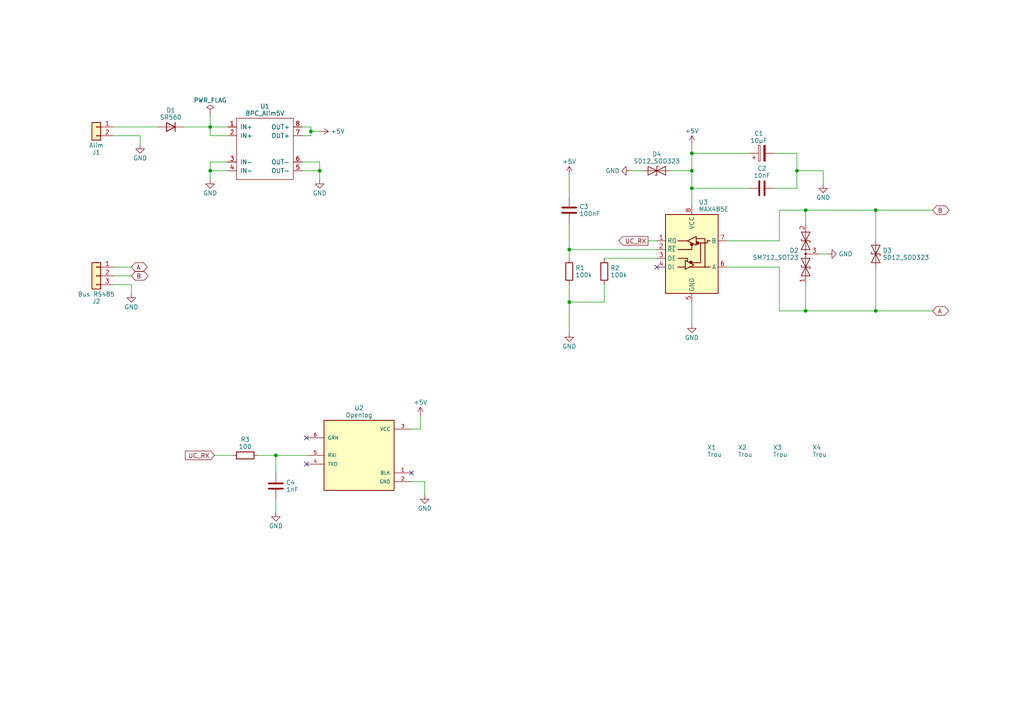
<source format=kicad_sch>
(kicad_sch (version 20230121) (generator eeschema)
  (paper "A4")
  (title_block (title "Datalogger RS485") (date "2024-06-10") (rev "Rev A0") (company "BPC"))
  (lib_symbols
    (symbol "Connector_Generic:Conn_01x02" (pin_names (offset 1.016) hide)
      (property "Reference" "J" (at 0 2.54 0))
      (property "Value" "Conn_01x02" (at 0 -5.08 0))
      (symbol "Conn_01x02_1_1"
        (rectangle (start -1.27 -2.413) (end 0 -2.667) (stroke (width 0.1524)))
        (rectangle (start -1.27 0.127) (end 0 -0.127) (stroke (width 0.1524)))
        (rectangle (start -1.27 1.27) (end 1.27 -3.81) (stroke (width 0.254)) (fill (type background)))
        (pin passive line (at -5.08 0 0) (length 3.81) (name "Pin_1") (number "1"))
        (pin passive line (at -5.08 -2.54 0) (length 3.81) (name "Pin_2") (number "2"))
      )
    )
    (symbol "Connector_Generic:Conn_01x03" (pin_names (offset 1.016) hide)
      (property "Reference" "J" (at 0 5.08 0))
      (property "Value" "Conn_01x03" (at 0 -5.08 0))
      (symbol "Conn_01x03_1_1"
        (rectangle (start -1.27 -2.413) (end 0 -2.667) (stroke (width 0.1524)))
        (rectangle (start -1.27 0.127) (end 0 -0.127) (stroke (width 0.1524)))
        (rectangle (start -1.27 2.667) (end 0 2.413) (stroke (width 0.1524)))
        (rectangle (start -1.27 3.81) (end 1.27 -3.81) (stroke (width 0.254)) (fill (type background)))
        (pin passive line (at -5.08 2.54 0) (length 3.81) (name "Pin_1") (number "1"))
        (pin passive line (at -5.08 0 0) (length 3.81) (name "Pin_2") (number "2"))
        (pin passive line (at -5.08 -2.54 0) (length 3.81) (name "Pin_3") (number "3"))
      )
    )
    (symbol "Device:C" (pin_numbers hide) (pin_names (offset 0.254))
      (property "Reference" "C" (at 0.635 2.54 0))
      (property "Value" "C" (at 0.635 -2.54 0))
      (symbol "C_0_1"
        (polyline (pts (xy -2.032 -0.762) (xy 2.032 -0.762)) (stroke (width 0.508)))
        (polyline (pts (xy -2.032 0.762) (xy 2.032 0.762)) (stroke (width 0.508)))
      )
      (symbol "C_1_1"
        (pin passive line (at 0 3.81 270) (length 2.794) (name "~") (number "1"))
        (pin passive line (at 0 -3.81 90) (length 2.794) (name "~") (number "2"))
      )
    )
    (symbol "Device:C_Polarized" (pin_numbers hide) (pin_names (offset 0.254))
      (property "Reference" "C" (at 0.635 2.54 0))
      (property "Value" "C_Polarized" (at 0.635 -2.54 0))
      (symbol "C_Polarized_0_1"
        (rectangle (start -2.286 0.508) (end 2.286 1.016))
        (polyline (pts (xy -1.778 2.286) (xy -0.762 2.286)))
        (polyline (pts (xy -1.27 2.794) (xy -1.27 1.778)))
        (rectangle (start 2.286 -0.508) (end -2.286 -1.016) (fill (type outline)))
      )
      (symbol "C_Polarized_1_1"
        (pin passive line (at 0 3.81 270) (length 2.794) (name "~") (number "1"))
        (pin passive line (at 0 -3.81 90) (length 2.794) (name "~") (number "2"))
      )
    )
    (symbol "Device:D" (pin_numbers hide) (pin_names (offset 1.016) hide)
      (property "Reference" "D" (at 0 2.54 0))
      (property "Value" "D" (at 0 -2.54 0))
      (symbol "D_0_1"
        (polyline (pts (xy -1.27 1.27) (xy -1.27 -1.27)) (stroke (width 0.254)))
        (polyline (pts (xy 1.27 0) (xy -1.27 0)))
        (polyline (pts (xy 1.27 1.27) (xy 1.27 -1.27) (xy -1.27 0) (xy 1.27 1.27)) (stroke (width 0.254)))
      )
      (symbol "D_1_1"
        (pin passive line (at -3.81 0 0) (length 2.54) (name "K") (number "1"))
        (pin passive line (at 3.81 0 180) (length 2.54) (name "A") (number "2"))
      )
    )
    (symbol "Device:R" (pin_numbers hide) (pin_names (offset 0))
      (property "Reference" "R" (at 2.032 0 90))
      (property "Value" "R" (at 0 0 90))
      (symbol "R_0_1"
        (rectangle (start -1.016 -2.54) (end 1.016 2.54) (stroke (width 0.254)))
      )
      (symbol "R_1_1"
        (pin passive line (at 0 3.81 270) (length 1.27) (name "~") (number "1"))
        (pin passive line (at 0 -3.81 90) (length 1.27) (name "~") (number "2"))
      )
    )
    (symbol "Diode:SD12_SOD323" (pin_numbers hide) (pin_names (offset 1.016) hide)
      (property "Reference" "D" (at 0 2.54 0))
      (property "Value" "SD12_SOD323" (at 0 -2.54 0))
      (symbol "SD12_SOD323_0_1"
        (polyline (pts (xy 1.27 0) (xy -1.27 0)))
        (polyline (pts (xy -2.54 -1.27) (xy 0 0) (xy -2.54 1.27) (xy -2.54 -1.27)) (stroke (width 0.2032)))
        (polyline (pts (xy 0.508 1.27) (xy 0 1.27) (xy 0 -1.27) (xy -0.508 -1.27)) (stroke (width 0.2032)))
        (polyline (pts (xy 2.54 1.27) (xy 2.54 -1.27) (xy 0 0) (xy 2.54 1.27)) (stroke (width 0.2032)))
      )
      (symbol "SD12_SOD323_1_1"
        (pin passive line (at -3.81 0 0) (length 2.54) (name "A1") (number "1"))
        (pin passive line (at 3.81 0 180) (length 2.54) (name "A2") (number "2"))
      )
    )
    (symbol "Diode:SM712_SOT23" (pin_names (offset 1.016) hide)
      (property "Reference" "D" (at 0 4.445 0))
      (property "Value" "SM712_SOT23" (at 0 2.54 0))
      (symbol "SM712_SOT23_0_0"
        (polyline (pts (xy 0 -1.27) (xy 0 0)))
      )
      (symbol "SM712_SOT23_0_1"
        (polyline (pts (xy -6.35 0) (xy 6.35 0)))
        (polyline (pts (xy -3.302 1.27) (xy -3.81 1.27) (xy -3.81 -1.27) (xy -4.318 -1.27)) (stroke (width 0.2032)))
        (polyline (pts (xy 4.318 1.27) (xy 3.81 1.27) (xy 3.81 -1.27) (xy 3.302 -1.27)) (stroke (width 0.2032)))
        (polyline (pts (xy -6.35 -1.27) (xy -1.27 1.27) (xy -1.27 -1.27) (xy -6.35 1.27) (xy -6.35 -1.27)) (stroke (width 0.2032)))
        (polyline (pts (xy 1.27 -1.27) (xy 1.27 1.27) (xy 6.35 -1.27) (xy 6.35 1.27) (xy 1.27 -1.27)) (stroke (width 0.2032)))
        (circle (center 0 0) (radius 0.254) (fill (type outline)))
      )
      (symbol "SM712_SOT23_1_1"
        (pin passive line (at -8.89 0 0) (length 2.54) (name "A1") (number "1"))
        (pin passive line (at 8.89 0 180) (length 2.54) (name "A2") (number "2"))
        (pin input line (at 0 -3.81 90) (length 2.54) (name "common") (number "3"))
      )
    )
    (symbol "bpc:BPC_Alim5V" (pin_names (offset 1.016))
      (property "Reference" "U" (at 6.35 6.35 0))
      (property "Value" "BPC_Alim5V" (at 11.43 3.81 0))
      (symbol "BPC_Alim5V_0_1"
        (rectangle (start 0 2.54) (end 16.51 -15.24))
      )
      (symbol "BPC_Alim5V_1_1"
        (pin power_in line (at -2.54 0 0) (length 2.54) (name "IN+") (number "1"))
        (pin power_in line (at -2.54 -2.54 0) (length 2.54) (name "IN+") (number "2"))
        (pin power_in line (at -2.54 -10.16 0) (length 2.54) (name "IN-") (number "3"))
        (pin power_in line (at -2.54 -12.7 0) (length 2.54) (name "IN-") (number "4"))
        (pin power_out line (at 19.05 -12.7 180) (length 2.54) (name "OUT-") (number "5"))
        (pin passive line (at 19.05 -10.16 180) (length 2.54) (name "OUT-") (number "6"))
        (pin passive line (at 19.05 -2.54 180) (length 2.54) (name "OUT+") (number "7"))
        (pin power_out line (at 19.05 0 180) (length 2.54) (name "OUT+") (number "8"))
      )
    )
    (symbol "bpc:BPC_MAX485E"
      (property "Reference" "U" (at -6.096 11.43 0))
      (property "Value" "MAX485E" (at 0.762 11.43 0))
      (symbol "BPC_MAX485E_0_1"
        (rectangle (start -7.62 10.16) (end 7.62 -12.7) (stroke (width 0.254)) (fill (type background)))
        (circle (center -0.3048 -3.683) (radius 0.3556) (stroke (width 0.254)) (fill (type outline)))
        (circle (center -0.0254 1.4986) (radius 0.3556) (stroke (width 0.254)) (fill (type outline)))
        (polyline (pts (xy -4.064 -5.08) (xy -1.905 -5.08)) (stroke (width 0.254)))
        (polyline (pts (xy -4.064 2.54) (xy -1.27 2.54)) (stroke (width 0.254)))
        (polyline (pts (xy -1.27 -3.2004) (xy -1.27 -3.4544)) (stroke (width 0.254)))
        (polyline (pts (xy -0.635 -5.08) (xy 5.334 -5.08)) (stroke (width 0.254)))
        (polyline (pts (xy -4.064 -2.54) (xy -1.27 -2.54) (xy -1.27 -3.175)) (stroke (width 0.254)))
        (polyline (pts (xy 0 1.27) (xy 0 0) (xy -4.064 0)) (stroke (width 0.254)))
        (polyline (pts (xy 1.27 3.175) (xy 3.81 3.175) (xy 3.81 -5.08)) (stroke (width 0.254)))
        (polyline (pts (xy 2.54 1.905) (xy 2.54 -3.81) (xy 0 -3.81)) (stroke (width 0.254)))
        (polyline (pts (xy -1.905 -3.175) (xy -1.905 -5.715) (xy 0.635 -4.445) (xy -1.905 -3.175)) (stroke (width 0.254)))
        (polyline (pts (xy -1.27 2.54) (xy 1.27 3.81) (xy 1.27 1.27) (xy -1.27 2.54)) (stroke (width 0.254)))
        (polyline (pts (xy 1.905 1.905) (xy 4.445 1.905) (xy 4.445 2.54) (xy 5.334 2.54)) (stroke (width 0.254)))
        (rectangle (start 1.27 3.175) (end 1.27 3.175))
        (circle (center 1.651 1.905) (radius 0.3556) (stroke (width 0.254)) (fill (type outline)))
      )
      (symbol "BPC_MAX485E_1_1"
        (pin output line (at -10.16 2.54 0) (length 2.54) (name "RO") (number "1"))
        (pin input line (at -10.16 0 0) (length 2.54) (name "~{RE}") (number "2"))
        (pin input line (at -10.16 -2.54 0) (length 2.54) (name "DE") (number "3"))
        (pin input line (at -10.16 -5.08 0) (length 2.54) (name "DI") (number "4"))
        (pin power_in line (at 0 -15.24 90) (length 2.54) (name "GND") (number "5"))
        (pin bidirectional line (at 10.16 -5.08 180) (length 2.54) (name "A") (number "6"))
        (pin bidirectional line (at 10.16 2.54 180) (length 2.54) (name "B") (number "7"))
        (pin power_in line (at 0 12.7 270) (length 2.54) (name "VCC") (number "8"))
      )
    )
    (symbol "bpc:BPC_TROU"
      (property "Reference" "X" (at 0 0 0))
      (property "Value" "Trou" (at 0 -1.27 0))
    )
    (symbol "bpc:BPC_openlog" (pin_names (offset 1.016))
      (property "Reference" "U" (at -10.16 10.922 0))
      (property "Value" "Openlog" (at -10.16 -12.7 0))
      (symbol "BPC_openlog_0_0"
        (rectangle (start -10.16 -10.16) (end 10.16 10.16) (stroke (width 0.254)) (fill (type background)))
        (pin power_in line (at 15.24 -5.08 180) (length 5.08) (name "BLK") (number "1"))
        (pin power_in line (at 15.24 -7.62 180) (length 5.08) (name "GND") (number "2"))
        (pin power_in line (at 15.24 7.62 180) (length 5.08) (name "VCC") (number "3"))
        (pin output line (at -15.24 -2.54 0) (length 5.08) (name "TXO") (number "4"))
        (pin input line (at -15.24 0 0) (length 5.08) (name "RXI") (number "5"))
        (pin input line (at -15.24 5.08 0) (length 5.08) (name "GRN") (number "6"))
      )
    )
    (symbol "power:+5V" (power) (pin_names (offset 0))
      (property "Value" "+5V" (at 0 3.556 0))
      (symbol "+5V_0_1"
        (polyline (pts (xy -0.762 1.27) (xy 0 2.54)))
        (polyline (pts (xy 0 0) (xy 0 2.54)))
        (polyline (pts (xy 0 2.54) (xy 0.762 1.27)))
      )
      (symbol "+5V_1_1"
        (pin power_in line (at 0 0 90) (length 0) hide (name "+5V") (number "1"))
      )
    )
    (symbol "power:GND" (power) (pin_names (offset 0))
      (property "Value" "GND" (at 0 -3.81 0))
      (symbol "GND_0_1"
        (polyline (pts (xy 0 0) (xy 0 -1.27) (xy 1.27 -1.27) (xy 0 -2.54) (xy -1.27 -1.27) (xy 0 -1.27)))
      )
      (symbol "GND_1_1"
        (pin power_in line (at 0 0 270) (length 0) hide (name "GND") (number "1"))
      )
    )
    (symbol "power:PWR_FLAG" (power) (pin_numbers hide) (pin_names (offset 0) hide)
      (property "Value" "PWR_FLAG" (at 0 3.81 0))
      (symbol "PWR_FLAG_0_0"
        (pin power_out line (at 0 0 90) (length 0) (name "pwr") (number "1"))
      )
      (symbol "PWR_FLAG_0_1"
        (polyline (pts (xy 0 0) (xy 0 1.27) (xy -1.016 1.905) (xy 0 2.54) (xy 1.016 1.905) (xy 0 1.27)))
      )
    )
  )
  (junction (at 60.96 36.83))
  (junction (at 233.68 60.96))
  (junction (at 165.1 72.39))
  (junction (at 231.14 49.53))
  (junction (at 200.66 54.61))
  (junction (at 92.71 49.53))
  (junction (at 200.66 49.53))
  (junction (at 165.1 87.63))
  (junction (at 200.66 44.45))
  (junction (at 233.68 90.17))
  (junction (at 90.17 38.1))
  (junction (at 80.01 132.08))
  (junction (at 254 90.17))
  (junction (at 60.96 49.53))
  (junction (at 254 60.96))
  (no_connect (at 88.9 127))
  (no_connect (at 190.5 77.47))
  (no_connect (at 119.38 137.16))
  (no_connect (at 88.9 134.62))
  (wire (pts (xy 200.66 87.63) (xy 200.66 93.98)))
  (wire (pts (xy 182.88 49.53) (xy 186.69 49.53)))
  (wire (pts (xy 165.1 72.39) (xy 165.1 74.93)))
  (wire (pts (xy 87.63 49.53) (xy 92.71 49.53)))
  (wire (pts (xy 175.26 87.63) (xy 165.1 87.63)))
  (wire (pts (xy 226.06 77.47) (xy 210.82 77.47)))
  (wire (pts (xy 200.66 54.61) (xy 217.17 54.61)))
  (wire (pts (xy 123.19 139.7) (xy 123.19 143.51)))
  (wire (pts (xy 165.1 87.63) (xy 165.1 96.52)))
  (wire (pts (xy 60.96 49.53) (xy 60.96 52.07)))
  (wire (pts (xy 60.96 39.37) (xy 60.96 36.83)))
  (wire (pts (xy 40.64 39.37) (xy 40.64 41.91)))
  (wire (pts (xy 165.1 50.8) (xy 165.1 57.15)))
  (wire (pts (xy 254 60.96) (xy 254 69.85)))
  (wire (pts (xy 233.68 60.96) (xy 254 60.96)))
  (wire (pts (xy 90.17 38.1) (xy 92.71 38.1)))
  (wire (pts (xy 233.68 60.96) (xy 233.68 64.77)))
  (wire (pts (xy 92.71 52.07) (xy 92.71 49.53)))
  (wire (pts (xy 231.14 49.53) (xy 238.76 49.53)))
  (wire (pts (xy 33.02 82.55) (xy 38.1 82.55)))
  (wire (pts (xy 224.79 44.45) (xy 231.14 44.45)))
  (wire (pts (xy 200.66 44.45) (xy 217.17 44.45)))
  (wire (pts (xy 33.02 39.37) (xy 40.64 39.37)))
  (wire (pts (xy 226.06 90.17) (xy 233.68 90.17)))
  (wire (pts (xy 187.96 69.85) (xy 190.5 69.85)))
  (wire (pts (xy 254 90.17) (xy 270.51 90.17)))
  (wire (pts (xy 200.66 49.53) (xy 200.66 54.61)))
  (wire (pts (xy 66.04 46.99) (xy 60.96 46.99)))
  (wire (pts (xy 224.79 54.61) (xy 231.14 54.61)))
  (wire (pts (xy 231.14 54.61) (xy 231.14 49.53)))
  (wire (pts (xy 121.92 124.46) (xy 121.92 120.65)))
  (wire (pts (xy 233.68 82.55) (xy 233.68 90.17)))
  (wire (pts (xy 90.17 39.37) (xy 90.17 38.1)))
  (wire (pts (xy 226.06 60.96) (xy 233.68 60.96)))
  (wire (pts (xy 231.14 44.45) (xy 231.14 49.53)))
  (wire (pts (xy 226.06 90.17) (xy 226.06 77.47)))
  (wire (pts (xy 200.66 41.91) (xy 200.66 44.45)))
  (wire (pts (xy 60.96 46.99) (xy 60.96 49.53)))
  (wire (pts (xy 175.26 82.55) (xy 175.26 87.63)))
  (wire (pts (xy 87.63 39.37) (xy 90.17 39.37)))
  (wire (pts (xy 92.71 46.99) (xy 87.63 46.99)))
  (wire (pts (xy 119.38 139.7) (xy 123.19 139.7)))
  (wire (pts (xy 60.96 33.02) (xy 60.96 36.83)))
  (wire (pts (xy 165.1 82.55) (xy 165.1 87.63)))
  (wire (pts (xy 33.02 80.01) (xy 38.1 80.01)))
  (wire (pts (xy 254 60.96) (xy 270.51 60.96)))
  (wire (pts (xy 194.31 49.53) (xy 200.66 49.53)))
  (wire (pts (xy 237.49 73.66) (xy 240.03 73.66)))
  (wire (pts (xy 80.01 132.08) (xy 88.9 132.08)))
  (wire (pts (xy 119.38 124.46) (xy 121.92 124.46)))
  (wire (pts (xy 165.1 64.77) (xy 165.1 72.39)))
  (wire (pts (xy 74.93 132.08) (xy 80.01 132.08)))
  (wire (pts (xy 80.01 132.08) (xy 80.01 137.16)))
  (wire (pts (xy 87.63 36.83) (xy 90.17 36.83)))
  (wire (pts (xy 200.66 54.61) (xy 200.66 59.69)))
  (wire (pts (xy 38.1 82.55) (xy 38.1 85.09)))
  (wire (pts (xy 175.26 74.93) (xy 190.5 74.93)))
  (wire (pts (xy 60.96 49.53) (xy 66.04 49.53)))
  (wire (pts (xy 226.06 69.85) (xy 210.82 69.85)))
  (wire (pts (xy 90.17 36.83) (xy 90.17 38.1)))
  (wire (pts (xy 238.76 49.53) (xy 238.76 53.34)))
  (wire (pts (xy 92.71 49.53) (xy 92.71 46.99)))
  (wire (pts (xy 33.02 77.47) (xy 38.1 77.47)))
  (wire (pts (xy 60.96 36.83) (xy 66.04 36.83)))
  (wire (pts (xy 53.34 36.83) (xy 60.96 36.83)))
  (wire (pts (xy 200.66 44.45) (xy 200.66 49.53)))
  (wire (pts (xy 165.1 72.39) (xy 190.5 72.39)))
  (wire (pts (xy 80.01 144.78) (xy 80.01 148.59)))
  (wire (pts (xy 60.96 39.37) (xy 66.04 39.37)))
  (wire (pts (xy 254 77.47) (xy 254 90.17)))
  (wire (pts (xy 233.68 90.17) (xy 254 90.17)))
  (wire (pts (xy 33.02 36.83) (xy 45.72 36.83)))
  (wire (pts (xy 62.23 132.08) (xy 67.31 132.08)))
  (wire (pts (xy 226.06 60.96) (xy 226.06 69.85)))
  (global_label "B" (shape bidirectional) (at 270.51 60.96 0) (property "Intersheetrefs" "${INTERSHEET_REFS}" (effects hide)))
  (global_label "B" (shape bidirectional) (at 38.1 80.01 0) (property "Intersheetrefs" "${INTERSHEET_REFS}" (effects hide)))
  (global_label "A" (shape bidirectional) (at 270.51 90.17 0) (property "Intersheetrefs" "${INTERSHEET_REFS}" (effects hide)))
  (global_label "UC_RX" (shape output) (at 187.96 69.85 180) (property "Intersheetrefs" "${INTERSHEET_REFS}" (effects hide)))
  (global_label "A" (shape bidirectional) (at 38.1 77.47 0) (property "Intersheetrefs" "${INTERSHEET_REFS}" (effects hide)))
  (global_label "UC_RX" (shape input) (at 62.23 132.08 180) (property "Intersheetrefs" "${INTERSHEET_REFS}" (effects hide)))
  (symbol (lib_id "power:GND") (at 123.19 143.51 0) (unit 1)
    (property "Reference" "#PWR08" (effects hide))
    (property "Value" "GND" (at 123.19 147.455 0))
  )
  (symbol (lib_id "Connector_Generic:Conn_01x02") (at 27.94 36.83 0) (mirror y) (unit 1)
    (property "Reference" "J1" (at 27.94 44.22 0))
    (property "Value" "Alim" (at 27.94 42.172 0))
    (property "Footprint" "TerminalBlock_Phoenix:TerminalBlock_Phoenix_MPT-0,5-2-2.54_1x02_P2.54mm_Horizontal" (effects hide))
  )
  (symbol (lib_id "bpc:BPC_TROU") (at 204.47 130.81 0) (unit 1)
    (property "Reference" "X1" (at 205.105 129.786 0) (effects (justify left)))
    (property "Value" "Trou" (at 205.105 131.834 0) (effects (justify left)))
    (property "Footprint" "bpc:BPC_Trou4mm_Fixation" (effects hide))
  )
  (symbol (lib_id "power:PWR_FLAG") (at 60.96 33.02 0) (unit 1)
    (property "Reference" "#FLG01" (effects hide))
    (property "Value" "PWR_FLAG" (at 60.96 29.075 0))
  )
  (symbol (lib_id "Diode:SD12_SOD323") (at 190.5 49.53 180) (unit 1)
    (property "Reference" "D4" (at 190.5 44.7054 0))
    (property "Value" "SD12_SOD323" (at 190.5 46.7534 0))
    (property "Footprint" "Diode_SMD:D_SOD-323" (effects hide))
    (property "Datasheet" "https://www.littelfuse.com/~/media/electronics/datasheets/tvs_diode_arrays/littelfuse_tvs_diode_array_sd_c_datasheet.pdf.pdf" (effects hide))
  )
  (symbol (lib_id "power:+5V") (at 121.92 120.65 0) (unit 1)
    (property "Reference" "#PWR07" (effects hide))
    (property "Value" "+5V" (at 121.92 116.705 0))
  )
  (symbol (lib_id "bpc:BPC_TROU") (at 234.95 130.81 0) (unit 1)
    (property "Reference" "X4" (at 235.585 129.786 0) (effects (justify left)))
    (property "Value" "Trou" (at 235.585 131.834 0) (effects (justify left)))
    (property "Footprint" "bpc:BPC_Trou4mm_Fixation" (effects hide))
  )
  (symbol (lib_id "bpc:BPC_TROU") (at 213.36 130.81 0) (unit 1)
    (property "Reference" "X2" (at 213.995 129.786 0) (effects (justify left)))
    (property "Value" "Trou" (at 213.995 131.834 0) (effects (justify left)))
    (property "Footprint" "bpc:BPC_Trou4mm_Fixation" (effects hide))
  )
  (symbol (lib_id "Device:C") (at 165.1 60.96 180) (unit 1)
    (property "Reference" "C3" (at 168.021 59.936 0) (effects (justify right)))
    (property "Value" "100nF" (at 168.021 61.984 0) (effects (justify right)))
    (property "Footprint" "Capacitor_SMD:C_0805_2012Metric_Pad1.18x1.45mm_HandSolder" (effects hide))
  )
  (symbol (lib_id "bpc:BPC_openlog") (at 104.14 132.08 0) (unit 1)
    (property "Reference" "U2" (at 104.14 118.34 0))
    (property "Value" "Openlog" (at 104.14 120.388 0))
    (property "Footprint" "bpc:BPC_openlog" (effects hide))
    (property "MF" "SparkFun Electronics" (effects hide))
    (property "Description" "\nATmega328 Data Logger Memory Evaluation Board\n" (effects hide))
    (property "Package" "None" (effects hide))
    (property "Price" "None" (effects hide))
    (property "Check_prices" "https://www.snapeda.com/parts/DEV-13712/SparkFun+Electronics/view-part/?ref=eda" (effects hide))
    (property "STANDARD" "Manufacturer Recommendations" (effects hide))
    (property "PARTREV" "v15" (effects hide))
    (property "SnapEDA_Link" "https://www.snapeda.com/parts/DEV-13712/SparkFun+Electronics/view-part/?ref=snap" (effects hide))
    (property "MP" "DEV-13712" (effects hide))
    (property "Purchase-URL" "https://www.snapeda.com/api/url_track_click_mouser/?unipart_id=3226356&manufacturer=SparkFun Electronics&part_name=DEV-13712&search_term=None" (effects hide))
    (property "MANUFACTURER" "SparkFun" (effects hide))
    (property "Availability" "In Stock" (effects hide))
    (property "SNAPEDA_PN" "DEV-13712" (effects hide))
  )
  (symbol (lib_id "power:GND") (at 40.64 41.91 0) (unit 1)
    (property "Reference" "#PWR01" (effects hide))
    (property "Value" "GND" (at 40.64 45.855 0))
  )
  (symbol (lib_id "Connector_Generic:Conn_01x03") (at 27.94 80.01 0) (mirror y) (unit 1)
    (property "Reference" "J2" (at 27.94 87.4 0))
    (property "Value" "Bus RS485" (at 27.94 85.352 0))
    (property "Footprint" "TerminalBlock_Phoenix:TerminalBlock_Phoenix_MPT-0,5-3-2.54_1x03_P2.54mm_Horizontal" (effects hide))
  )
  (symbol (lib_id "power:GND") (at 38.1 85.09 0) (unit 1)
    (property "Reference" "#PWR06" (effects hide))
    (property "Value" "GND" (at 38.1 89.035 0))
  )
  (symbol (lib_id "bpc:BPC_TROU") (at 223.52 130.81 0) (unit 1)
    (property "Reference" "X3" (at 224.155 129.786 0) (effects (justify left)))
    (property "Value" "Trou" (at 224.155 131.834 0) (effects (justify left)))
    (property "Footprint" "bpc:BPC_Trou4mm_Fixation" (effects hide))
  )
  (symbol (lib_id "Device:C") (at 220.98 54.61 90) (unit 1)
    (property "Reference" "C2" (at 220.98 48.871 90))
    (property "Value" "10nF" (at 220.98 50.919 90))
    (property "Footprint" "Capacitor_SMD:C_0805_2012Metric_Pad1.18x1.45mm_HandSolder" (effects hide))
  )
  (symbol (lib_id "bpc:BPC_MAX485E") (at 200.66 72.39 0) (unit 1)
    (property "Reference" "U3" (at 202.6159 58.65 0) (effects (justify left)))
    (property "Value" "MAX485E" (at 202.6159 60.698 0) (effects (justify left)))
    (property "Footprint" "bpc:BPC_MAX485E_SOIC127P600X175-8N" (effects hide))
    (property "Datasheet" "https://datasheets.maximintegrated.com/en/ds/MAX1487E-MAX491E.pdf" (effects hide))
  )
  (symbol (lib_id "power:GND") (at 182.88 49.53 270) (unit 1)
    (property "Reference" "#PWR015" (effects hide))
    (property "Value" "GND" (at 179.7051 49.53 90) (effects (justify right)))
  )
  (symbol (lib_id "power:GND") (at 200.66 93.98 0) (unit 1)
    (property "Reference" "#PWR09" (effects hide))
    (property "Value" "GND" (at 200.66 97.925 0))
  )
  (symbol (lib_id "Device:R") (at 71.12 132.08 90) (unit 1)
    (property "Reference" "R3" (at 71.12 127.484 90))
    (property "Value" "100" (at 71.12 129.532 90))
    (property "Footprint" "Resistor_SMD:R_0805_2012Metric_Pad1.20x1.40mm_HandSolder" (effects hide))
  )
  (symbol (lib_id "Device:R") (at 175.26 78.74 0) (unit 1)
    (property "Reference" "R2" (at 177.038 77.716 0) (effects (justify left)))
    (property "Value" "100k" (at 177.038 79.764 0) (effects (justify left)))
    (property "Footprint" "Resistor_SMD:R_0805_2012Metric_Pad1.20x1.40mm_HandSolder" (effects hide))
  )
  (symbol (lib_id "power:GND") (at 165.1 96.52 0) (unit 1)
    (property "Reference" "#PWR013" (effects hide))
    (property "Value" "GND" (at 165.1 100.465 0))
  )
  (symbol (lib_id "power:+5V") (at 200.66 41.91 0) (unit 1)
    (property "Reference" "#PWR010" (effects hide))
    (property "Value" "+5V" (at 200.66 37.965 0))
  )
  (symbol (lib_id "Device:C") (at 80.01 140.97 180) (unit 1)
    (property "Reference" "C4" (at 82.931 139.946 0) (effects (justify right)))
    (property "Value" "1nF" (at 82.931 141.994 0) (effects (justify right)))
    (property "Footprint" "Capacitor_SMD:C_0805_2012Metric_Pad1.18x1.45mm_HandSolder" (effects hide))
  )
  (symbol (lib_id "power:+5V") (at 92.71 38.1 270) (unit 1)
    (property "Reference" "#PWR05" (effects hide))
    (property "Value" "+5V" (at 95.885 38.1 90) (effects (justify left)))
  )
  (symbol (lib_id "Device:R") (at 165.1 78.74 0) (unit 1)
    (property "Reference" "R1" (at 166.878 77.716 0) (effects (justify left)))
    (property "Value" "100k" (at 166.878 79.764 0) (effects (justify left)))
    (property "Footprint" "Resistor_SMD:R_0805_2012Metric_Pad1.20x1.40mm_HandSolder" (effects hide))
  )
  (symbol (lib_id "Device:C_Polarized") (at 220.98 44.45 90) (unit 1)
    (property "Reference" "C1" (at 220.091 38.711 90))
    (property "Value" "10µF" (at 220.091 40.759 90))
    (property "Footprint" "Capacitor_SMD:C_0805_2012Metric_Pad1.18x1.45mm_HandSolder" (effects hide))
  )
  (symbol (lib_id "power:GND") (at 92.71 52.07 0) (unit 1)
    (property "Reference" "#PWR04" (effects hide))
    (property "Value" "GND" (at 92.71 56.015 0))
  )
  (symbol (lib_id "bpc:BPC_Alim5V") (at 68.58 36.83 0) (unit 1)
    (property "Reference" "U1" (at 76.835 30.837 0))
    (property "Value" "BPC_Alim5V" (at 76.835 32.885 0))
    (property "Footprint" "bpc:BPC_Alim5V" (effects hide))
  )
  (symbol (lib_id "power:+5V") (at 165.1 50.8 0) (unit 1)
    (property "Reference" "#PWR012" (effects hide))
    (property "Value" "+5V" (at 165.1 46.855 0))
  )
  (symbol (lib_id "power:GND") (at 240.03 73.66 90) (unit 1)
    (property "Reference" "#PWR014" (effects hide))
    (property "Value" "GND" (at 243.205 73.66 90) (effects (justify right)))
  )
  (symbol (lib_id "Diode:SM712_SOT23") (at 233.68 73.66 90) (unit 1)
    (property "Reference" "D2" (at 231.6734 72.636 90) (effects (justify left)))
    (property "Value" "SM712_SOT23" (at 231.6734 74.684 90) (effects (justify left)))
    (property "Footprint" "Package_TO_SOT_SMD:SOT-23" (effects hide))
    (property "Datasheet" "https://www.littelfuse.com/~/media/electronics/datasheets/tvs_diode_arrays/littelfuse_tvs_diode_array_sm712_datasheet.pdf.pdf" (effects hide))
  )
  (symbol (lib_id "power:GND") (at 80.01 148.59 0) (unit 1)
    (property "Reference" "#PWR016" (effects hide))
    (property "Value" "GND" (at 80.01 152.535 0))
  )
  (symbol (lib_id "power:GND") (at 60.96 52.07 0) (unit 1)
    (property "Reference" "#PWR03" (effects hide))
    (property "Value" "GND" (at 60.96 56.015 0))
  )
  (symbol (lib_id "Device:D") (at 49.53 36.83 180) (unit 1)
    (property "Reference" "D1" (at 49.53 31.98 0))
    (property "Value" "SR560" (at 49.53 34.028 0))
    (property "Footprint" "Diode_THT:D_DO-15_P12.70mm_Horizontal" (effects hide))
    (property "Sim.Device" "D" (effects hide))
    (property "Sim.Pins" "1=K 2=A" (effects hide))
  )
  (symbol (lib_id "power:GND") (at 238.76 53.34 0) (unit 1)
    (property "Reference" "#PWR011" (effects hide))
    (property "Value" "GND" (at 238.76 57.285 0))
  )
  (symbol (lib_id "Diode:SD12_SOD323") (at 254 73.66 90) (unit 1)
    (property "Reference" "D3" (at 256.0066 72.636 90) (effects (justify right)))
    (property "Value" "SD12_SOD323" (at 256.0066 74.684 90) (effects (justify right)))
    (property "Footprint" "Diode_SMD:D_SOD-323" (effects hide))
    (property "Datasheet" "https://www.littelfuse.com/~/media/electronics/datasheets/tvs_diode_arrays/littelfuse_tvs_diode_array_sd_c_datasheet.pdf.pdf" (effects hide))
  )
)
</source>
